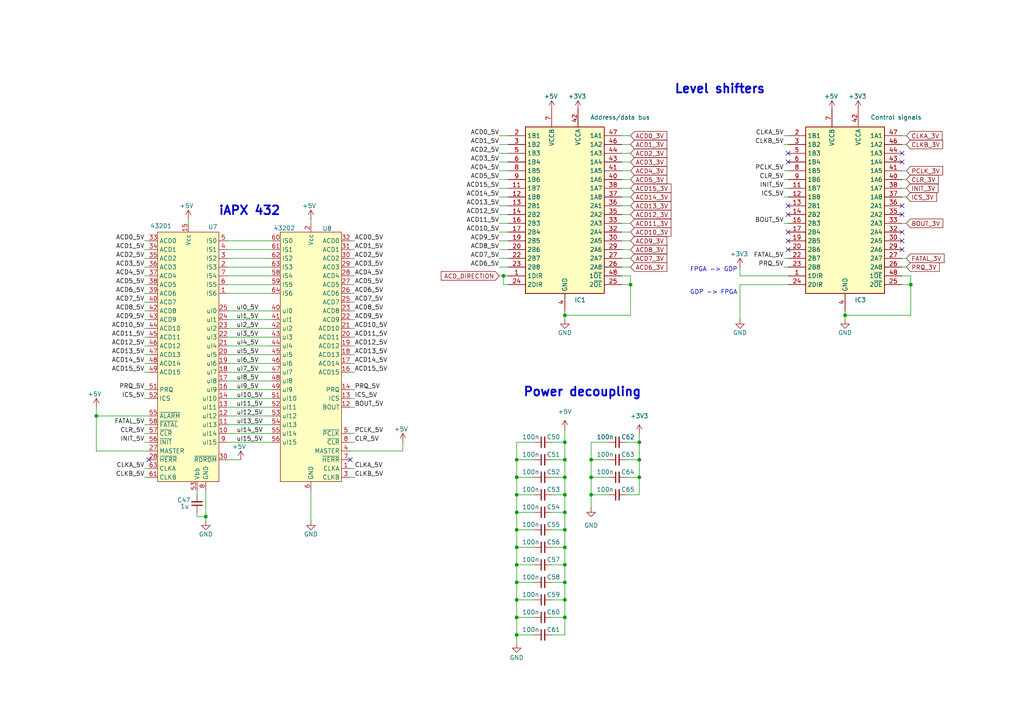
<source format=kicad_sch>
(kicad_sch (version 20250114) (generator "eeschema") (generator_version "9.0")
  (paper "A4")
  (lib_symbols
    (symbol "+5V_1" (power) (pin_numbers (hide yes)) (pin_names (offset 0) (hide yes))
      (property "Value" "+5V" (at 0 3.556 0))
      (symbol "+5V_1_0_1"
        (polyline (pts (xy -0.762 1.27) (xy 0 2.54)))
        (polyline (pts (xy 0 2.54) (xy 0.762 1.27)))
        (polyline (pts (xy 0 0) (xy 0 2.54)))
      )
      (symbol "+5V_1_1_1"
        (pin power_in line (at 0 0 90) (length 0) (name "~") (number "1"))
      )
    )
    (symbol "Device:C_Small" (pin_numbers (hide yes)) (pin_names (offset 0.254) (hide yes))
      (property "Reference" "C" (at 0.254 1.778 0))
      (property "Value" "C_Small" (at 0.254 -2.032 0))
      (symbol "C_Small_0_1"
        (polyline (pts (xy -1.524 0.508) (xy 1.524 0.508)) (stroke (width 0.3048)))
        (polyline (pts (xy -1.524 -0.508) (xy 1.524 -0.508)) (stroke (width 0.3302)))
      )
      (symbol "C_Small_1_1"
        (pin passive line (at 0 2.54 270) (length 2.032) (name "~") (number "1"))
        (pin passive line (at 0 -2.54 90) (length 2.032) (name "~") (number "2"))
      )
    )
    (symbol "GND_2" (power) (pin_numbers (hide yes)) (pin_names (offset 0) (hide yes))
      (property "Value" "GND" (at 0 -3.81 0))
      (symbol "GND_2_0_1"
        (polyline (pts (xy 0 0) (xy 0 -1.27) (xy 1.27 -1.27) (xy 0 -2.54) (xy -1.27 -1.27) (xy 0 -1.27)))
      )
      (symbol "GND_2_1_1"
        (pin power_in line (at 0 0 270) (length 0) (name "~") (number "1"))
      )
    )
    (symbol "power:+3V3" (power) (pin_numbers (hide yes)) (pin_names (offset 0) (hide yes))
      (property "Value" "+3V3" (at 0 3.556 0))
      (symbol "+3V3_0_1"
        (polyline (pts (xy -0.762 1.27) (xy 0 2.54)))
        (polyline (pts (xy 0 2.54) (xy 0.762 1.27)))
        (polyline (pts (xy 0 0) (xy 0 2.54)))
      )
      (symbol "+3V3_1_1"
        (pin power_in line (at 0 0 90) (length 0) (name "~") (number "1"))
      )
    )
    (symbol "symbols:74LVC16T245DGGRG4"
      (property "Reference" "IC1" (at 19.2883 -46.99 0))
      (property "Value" "Address/data bus" (at 23.876 5.969 0))
      (symbol "74LVC16T245DGGRG4_1_1"
        (rectangle (start 5.08 3.175) (end 27.94 -45.085) (stroke (width 0.254)) (fill (type background)))
        (pin passive line (at 0 0.635 0) (length 5.08) (name "1B1") (number "2"))
        (pin passive line (at 0 -1.905 0) (length 5.08) (name "1B2") (number "3"))
        (pin passive line (at 0 -4.445 0) (length 5.08) (name "1B3") (number "5"))
        (pin passive line (at 0 -6.985 0) (length 5.08) (name "1B4") (number "6"))
        (pin passive line (at 0 -9.525 0) (length 5.08) (name "1B5") (number "8"))
        (pin passive line (at 0 -12.065 0) (length 5.08) (name "1B6") (number "9"))
        (pin passive line (at 0 -14.605 0) (length 5.08) (name "1B7") (number "11"))
        (pin passive line (at 0 -17.145 0) (length 5.08) (name "1B8") (number "12"))
        (pin passive line (at 0 -19.685 0) (length 5.08) (name "2B1") (number "13"))
        (pin passive line (at 0 -22.225 0) (length 5.08) (name "2B2") (number "14"))
        (pin passive line (at 0 -24.765 0) (length 5.08) (name "2B3") (number "16"))
        (pin passive line (at 0 -27.305 0) (length 5.08) (name "2B4") (number "17"))
        (pin passive line (at 0 -29.845 0) (length 5.08) (name "2B5") (number "19"))
        (pin passive line (at 0 -32.385 0) (length 5.08) (name "2B6") (number "20"))
        (pin passive line (at 0 -34.925 0) (length 5.08) (name "2B7") (number "22"))
        (pin passive line (at 0 -37.465 0) (length 5.08) (name "2B8") (number "23"))
        (pin passive line (at 0 -40.005 0) (length 5.08) (name "1DIR") (number "1"))
        (pin passive line (at 0 -42.545 0) (length 5.08) (name "2DIR") (number "24"))
        (pin passive line (at 12.7 8.255 270) (length 5.08) (hide yes) (name "VCCB") (number "18"))
        (pin passive line (at 12.7 8.255 270) (length 5.08) (name "VCCB") (number "7"))
        (pin passive line (at 16.51 -50.165 90) (length 5.08) (hide yes) (name "GND") (number "10"))
        (pin passive line (at 16.51 -50.165 90) (length 5.08) (hide yes) (name "GND") (number "15"))
        (pin passive line (at 16.51 -50.165 90) (length 5.08) (hide yes) (name "GND") (number "21"))
        (pin passive line (at 16.51 -50.165 90) (length 5.08) (hide yes) (name "GND") (number "28"))
        (pin passive line (at 16.51 -50.165 90) (length 5.08) (hide yes) (name "GND") (number "34"))
        (pin passive line (at 16.51 -50.165 90) (length 5.08) (hide yes) (name "GND") (number "39"))
        (pin passive line (at 16.51 -50.165 90) (length 5.08) (name "GND") (number "4"))
        (pin passive line (at 16.51 -50.165 90) (length 5.08) (hide yes) (name "GND") (number "45"))
        (pin passive line (at 20.32 8.255 270) (length 5.08) (hide yes) (name "VCCA") (number "31"))
        (pin passive line (at 20.32 8.255 270) (length 5.08) (name "VCCA") (number "42"))
        (pin passive line (at 33.02 0.635 180) (length 5.08) (name "1A1") (number "47"))
        (pin passive line (at 33.02 -1.905 180) (length 5.08) (name "1A2") (number "46"))
        (pin passive line (at 33.02 -4.445 180) (length 5.08) (name "1A3") (number "44"))
        (pin passive line (at 33.02 -6.985 180) (length 5.08) (name "1A4") (number "43"))
        (pin passive line (at 33.02 -9.525 180) (length 5.08) (name "1A5") (number "41"))
        (pin passive line (at 33.02 -12.065 180) (length 5.08) (name "1A6") (number "40"))
        (pin passive line (at 33.02 -14.605 180) (length 5.08) (name "1A7") (number "38"))
        (pin passive line (at 33.02 -17.145 180) (length 5.08) (name "1A8") (number "37"))
        (pin passive line (at 33.02 -19.685 180) (length 5.08) (name "2A1") (number "36"))
        (pin passive line (at 33.02 -22.225 180) (length 5.08) (name "2A2") (number "35"))
        (pin passive line (at 33.02 -24.765 180) (length 5.08) (name "2A3") (number "33"))
        (pin passive line (at 33.02 -27.305 180) (length 5.08) (name "2A4") (number "32"))
        (pin passive line (at 33.02 -29.845 180) (length 5.08) (name "2A5") (number "30"))
        (pin passive line (at 33.02 -32.385 180) (length 5.08) (name "2A6") (number "29"))
        (pin passive line (at 33.02 -34.925 180) (length 5.08) (name "2A7") (number "27"))
        (pin passive line (at 33.02 -37.465 180) (length 5.08) (name "2A8") (number "26"))
        (pin passive line (at 33.02 -40.005 180) (length 5.08) (name "1~{OE}") (number "48"))
        (pin passive line (at 33.02 -42.545 180) (length 5.08) (name "2~{OE}") (number "25"))
      )
    )
    (symbol "symbols:iAPX_43201"
      (property "Reference" "U" (at -8.89 19.685 0))
      (symbol "iAPX_43201_1_1"
        (rectangle (start -9.525 17.78) (end 8.255 -54.61) (fill (type color) (color 255 255 194 1)))
        (pin bidirectional line (at -12.065 15.24 0) (length 2.54) (name "ACD0") (number "33"))
        (pin bidirectional line (at -12.065 12.7 0) (length 2.54) (name "ACD1") (number "34"))
        (pin bidirectional line (at -12.065 10.16 0) (length 2.54) (name "ACD2") (number "35"))
        (pin bidirectional line (at -12.065 7.62 0) (length 2.54) (name "ACD3") (number "36"))
        (pin bidirectional line (at -12.065 5.08 0) (length 2.54) (name "ACD4") (number "37"))
        (pin bidirectional line (at -12.065 2.54 0) (length 2.54) (name "ACD5") (number "38"))
        (pin bidirectional line (at -12.065 0 0) (length 2.54) (name "ACD6") (number "39"))
        (pin bidirectional line (at -12.065 -2.54 0) (length 2.54) (name "ACD7") (number "40"))
        (pin bidirectional line (at -12.065 -5.08 0) (length 2.54) (name "ACD8") (number "42"))
        (pin bidirectional line (at -12.065 -7.62 0) (length 2.54) (name "ACD9") (number "43"))
        (pin bidirectional line (at -12.065 -10.16 0) (length 2.54) (name "ACD10") (number "44"))
        (pin bidirectional line (at -12.065 -12.7 0) (length 2.54) (name "ACD11") (number "45"))
        (pin bidirectional line (at -12.065 -15.24 0) (length 2.54) (name "ACD12") (number "46"))
        (pin bidirectional line (at -12.065 -17.78 0) (length 2.54) (name "ACD13") (number "47"))
        (pin bidirectional line (at -12.065 -20.32 0) (length 2.54) (name "ACD14") (number "48"))
        (pin bidirectional line (at -12.065 -22.86 0) (length 2.54) (name "ACD15") (number "49"))
        (pin input line (at -12.065 -27.94 0) (length 2.54) (name "PRQ") (number "51"))
        (pin input line (at -12.065 -30.48 0) (length 2.54) (name "ICS") (number "52"))
        (pin input line (at -12.065 -35.56 0) (length 2.54) (name "~{ALARM}") (number "55"))
        (pin output line (at -12.065 -38.1 0) (length 2.54) (name "~{FATAL}") (number "58"))
        (pin input line (at -12.065 -40.64 0) (length 2.54) (name "~{CLR}") (number "57"))
        (pin input line (at -12.065 -43.18 0) (length 2.54) (name "~{INIT}") (number "56"))
        (pin input line (at -12.065 -45.72 0) (length 2.54) (name "MASTER") (number "27"))
        (pin output line (at -12.065 -48.26 0) (length 2.54) (name "~{HERR}") (number "28"))
        (pin input line (at -12.065 -50.8 0) (length 2.54) (name "CLKA") (number "63"))
        (pin input line (at -12.065 -53.34 0) (length 2.54) (name "CLKB") (number "61"))
        (pin input line (at -0.635 20.32 270) (length 2.54) (name "Vcc") (number "15"))
        (pin input line (at -0.635 20.32 270) (length 2.54) (hide yes) (name "Vcc") (number "32"))
        (pin input line (at -0.635 20.32 270) (length 2.54) (hide yes) (name "Vcc") (number "50"))
        (pin input line (at -0.635 20.32 270) (length 2.54) (hide yes) (name "Vcc") (number "62"))
        (pin input line (at 1.905 -57.15 90) (length 2.54) (name "Vbb") (number "53"))
        (pin input line (at 4.445 -57.15 90) (length 2.54) (hide yes) (name "GND") (number "26"))
        (pin input line (at 4.445 -57.15 90) (length 2.54) (hide yes) (name "GND") (number "41"))
        (pin input line (at 4.445 -57.15 90) (length 2.54) (hide yes) (name "GND") (number "60"))
        (pin input line (at 4.445 -57.15 90) (length 2.54) (hide yes) (name "GND") (number "64"))
        (pin input line (at 4.445 -57.15 90) (length 2.54) (name "GND") (number "8"))
        (pin input line (at 10.795 15.24 180) (length 2.54) (name "IS0") (number "5"))
        (pin input line (at 10.795 12.7 180) (length 2.54) (name "IS1") (number "4"))
        (pin input line (at 10.795 10.16 180) (length 2.54) (name "IS2") (number "3"))
        (pin input line (at 10.795 7.62 180) (length 2.54) (name "IS3") (number "2"))
        (pin input line (at 10.795 5.08 180) (length 2.54) (name "IS4") (number "7"))
        (pin input line (at 10.795 2.54 180) (length 2.54) (name "IS5") (number "6"))
        (pin input line (at 10.795 0 180) (length 2.54) (name "IS6") (number "1"))
        (pin output line (at 10.795 -5.08 180) (length 2.54) (name "uI0") (number "25"))
        (pin output line (at 10.795 -7.62 180) (length 2.54) (name "uI1") (number "24"))
        (pin output line (at 10.795 -10.16 180) (length 2.54) (name "uI2") (number "23"))
        (pin output line (at 10.795 -12.7 180) (length 2.54) (name "uI3") (number "22"))
        (pin output line (at 10.795 -15.24 180) (length 2.54) (name "uI4") (number "21"))
        (pin output line (at 10.795 -17.78 180) (length 2.54) (name "uI5") (number "20"))
        (pin output line (at 10.795 -20.32 180) (length 2.54) (name "uI6") (number "19"))
        (pin output line (at 10.795 -22.86 180) (length 2.54) (name "uI7") (number "18"))
        (pin output line (at 10.795 -25.4 180) (length 2.54) (name "uI8") (number "17"))
        (pin output line (at 10.795 -27.94 180) (length 2.54) (name "uI9") (number "16"))
        (pin output line (at 10.795 -30.48 180) (length 2.54) (name "uI10") (number "14"))
        (pin output line (at 10.795 -33.02 180) (length 2.54) (name "uI11") (number "13"))
        (pin output line (at 10.795 -35.56 180) (length 2.54) (name "uI12") (number "12"))
        (pin output line (at 10.795 -38.1 180) (length 2.54) (name "uI13") (number "11"))
        (pin output line (at 10.795 -40.64 180) (length 2.54) (name "uI14") (number "10"))
        (pin output line (at 10.795 -43.18 180) (length 2.54) (name "uI15") (number "9"))
        (pin input line (at 10.795 -48.26 180) (length 2.54) (name "~{RDROM}") (number "30"))
      )
    )
    (symbol "symbols:iAPX_43202"
      (property "Reference" "U" (at -7.62 15.24 0))
      (symbol "iAPX_43202_1_1"
        (rectangle (start -8.89 13.97) (end 8.89 -58.42) (fill (type color) (color 255 255 194 1)))
        (pin bidirectional line (at -11.43 11.43 0) (length 2.54) (name "ACD0") (number "32"))
        (pin bidirectional line (at -11.43 8.89 0) (length 2.54) (name "ACD1") (number "31"))
        (pin bidirectional line (at -11.43 6.35 0) (length 2.54) (name "ACD2") (number "30"))
        (pin bidirectional line (at -11.43 3.81 0) (length 2.54) (name "ACD3") (number "29"))
        (pin bidirectional line (at -11.43 1.27 0) (length 2.54) (name "ACD4") (number "28"))
        (pin bidirectional line (at -11.43 -1.27 0) (length 2.54) (name "ACD5") (number "27"))
        (pin bidirectional line (at -11.43 -3.81 0) (length 2.54) (name "ACD6") (number "26"))
        (pin bidirectional line (at -11.43 -6.35 0) (length 2.54) (name "ACD7") (number "25"))
        (pin bidirectional line (at -11.43 -8.89 0) (length 2.54) (name "ACD8") (number "23"))
        (pin bidirectional line (at -11.43 -11.43 0) (length 2.54) (name "ACD9") (number "22"))
        (pin bidirectional line (at -11.43 -13.97 0) (length 2.54) (name "ACD10") (number "21"))
        (pin bidirectional line (at -11.43 -16.51 0) (length 2.54) (name "ACD11") (number "20"))
        (pin bidirectional line (at -11.43 -19.05 0) (length 2.54) (name "ACD12") (number "19"))
        (pin bidirectional line (at -11.43 -21.59 0) (length 2.54) (name "ACD13") (number "18"))
        (pin bidirectional line (at -11.43 -24.13 0) (length 2.54) (name "ACD14") (number "17"))
        (pin bidirectional line (at -11.43 -26.67 0) (length 2.54) (name "ACD15") (number "16"))
        (pin output line (at -11.43 -31.75 0) (length 2.54) (name "PRQ") (number "14"))
        (pin input line (at -11.43 -34.29 0) (length 2.54) (name "ICS") (number "13"))
        (pin output line (at -11.43 -36.83 0) (length 2.54) (name "BOUT") (number "12"))
        (pin output line (at -11.43 -44.45 0) (length 2.54) (name "~{PCLK}") (number "5"))
        (pin input line (at -11.43 -46.99 0) (length 2.54) (name "~{CLR}") (number "8"))
        (pin input line (at -11.43 -49.53 0) (length 2.54) (name "MASTER") (number "4"))
        (pin output line (at -11.43 -52.07 0) (length 2.54) (name "~{HERR}") (number "7"))
        (pin input line (at -11.43 -54.61 0) (length 2.54) (name "CLKA") (number "1"))
        (pin input line (at -11.43 -57.15 0) (length 2.54) (name "CLKB") (number "3"))
        (pin input line (at 0 16.51 270) (length 2.54) (hide yes) (name "Vcc") (number "15"))
        (pin input line (at 0 16.51 270) (length 2.54) (name "Vcc") (number "2"))
        (pin input line (at 0 16.51 270) (length 2.54) (hide yes) (name "Vcc") (number "38"))
        (pin input line (at 0 16.51 270) (length 2.54) (hide yes) (name "Vcc") (number "50"))
        (pin input line (at 0 -60.96 90) (length 2.54) (hide yes) (name "GND") (number "24"))
        (pin input line (at 0 -60.96 90) (length 2.54) (hide yes) (name "GND") (number "35"))
        (pin input line (at 0 -60.96 90) (length 2.54) (hide yes) (name "GND") (number "39"))
        (pin input line (at 0 -60.96 90) (length 2.54) (hide yes) (name "GND") (number "57"))
        (pin input line (at 0 -60.96 90) (length 2.54) (name "GND") (number "6"))
        (pin output line (at 11.43 11.43 180) (length 2.54) (name "IS0") (number "60"))
        (pin output line (at 11.43 8.89 180) (length 2.54) (name "IS1") (number "61"))
        (pin output line (at 11.43 6.35 180) (length 2.54) (name "IS2") (number "62"))
        (pin output line (at 11.43 3.81 180) (length 2.54) (name "IS3") (number "63"))
        (pin output line (at 11.43 1.27 180) (length 2.54) (name "IS4") (number "58"))
        (pin output line (at 11.43 -1.27 180) (length 2.54) (name "IS5") (number "59"))
        (pin output line (at 11.43 -3.81 180) (length 2.54) (name "IS6") (number "64"))
        (pin input line (at 11.43 -8.89 180) (length 2.54) (name "uI0") (number "40"))
        (pin input line (at 11.43 -11.43 180) (length 2.54) (name "uI1") (number "41"))
        (pin input line (at 11.43 -13.97 180) (length 2.54) (name "uI2") (number "42"))
        (pin input line (at 11.43 -16.51 180) (length 2.54) (name "uI3") (number "43"))
        (pin input line (at 11.43 -19.05 180) (length 2.54) (name "uI4") (number "44"))
        (pin input line (at 11.43 -21.59 180) (length 2.54) (name "uI5") (number "45"))
        (pin input line (at 11.43 -24.13 180) (length 2.54) (name "uI6") (number "46"))
        (pin input line (at 11.43 -26.67 180) (length 2.54) (name "uI7") (number "47"))
        (pin input line (at 11.43 -29.21 180) (length 2.54) (name "uI8") (number "48"))
        (pin input line (at 11.43 -31.75 180) (length 2.54) (name "uI9") (number "49"))
        (pin input line (at 11.43 -34.29 180) (length 2.54) (name "uI10") (number "51"))
        (pin input line (at 11.43 -36.83 180) (length 2.54) (name "uI11") (number "52"))
        (pin input line (at 11.43 -39.37 180) (length 2.54) (name "uI12") (number "53"))
        (pin input line (at 11.43 -41.91 180) (length 2.54) (name "uI13") (number "54"))
        (pin input line (at 11.43 -44.45 180) (length 2.54) (name "uI14") (number "55"))
        (pin input line (at 11.43 -46.99 180) (length 2.54) (name "uI15") (number "56"))
      )
    )
  )
  (text "iAPX 432" (at 72.39 61.214 0) (effects (font (size 2.54 2.54) (thickness 0.508) (bold yes))))
  (text "Level shifters" (at 208.788 25.908 0) (effects (font (size 2.54 2.54) (thickness 0.508) (bold yes))))
  (text "FPGA -> GDP" (at 207.01 78.232 0) (effects (font (size 1.27 1.27))))
  (text "GDP -> FPGA" (at 207.01 84.836 0) (effects (font (size 1.27 1.27))))
  (text "Power decoupling" (at 168.91 113.792 0) (effects (font (size 2.54 2.54) (thickness 0.508) (bold yes))))
  (junction (at 149.86 173.99))
  (junction (at 163.83 143.51))
  (junction (at 149.86 133.35))
  (junction (at 149.86 179.07))
  (junction (at 163.83 91.44))
  (junction (at 182.88 82.55))
  (junction (at 163.83 153.67))
  (junction (at 185.42 128.27))
  (junction (at 163.83 128.27))
  (junction (at 185.42 133.35))
  (junction (at 163.83 179.07))
  (junction (at 185.42 138.43))
  (junction (at 163.83 173.99))
  (junction (at 264.16 82.55))
  (junction (at 149.86 138.43))
  (junction (at 163.83 148.59))
  (junction (at 163.83 133.35))
  (junction (at 149.86 158.75))
  (junction (at 146.05 80.01))
  (junction (at 27.94 120.65))
  (junction (at 171.45 143.51))
  (junction (at 163.83 138.43))
  (junction (at 171.45 138.43))
  (junction (at 149.86 153.67))
  (junction (at 163.83 168.91))
  (junction (at 163.83 163.83))
  (junction (at 149.86 184.15))
  (junction (at 149.86 168.91))
  (junction (at 149.86 143.51))
  (junction (at 59.69 149.86))
  (junction (at 171.45 133.35))
  (junction (at 149.86 148.59))
  (junction (at 149.86 163.83))
  (junction (at 163.83 158.75))
  (junction (at 245.11 91.44))
  (no_connect (at 101.6 133.35))
  (no_connect (at 261.62 59.69))
  (no_connect (at 228.6 46.99))
  (no_connect (at 261.62 72.39))
  (no_connect (at 261.62 44.45))
  (no_connect (at 228.6 62.23))
  (no_connect (at 43.18 133.35))
  (no_connect (at 261.62 69.85))
  (no_connect (at 228.6 72.39))
  (no_connect (at 228.6 69.85))
  (no_connect (at 228.6 44.45))
  (no_connect (at 261.62 46.99))
  (no_connect (at 228.6 67.31))
  (no_connect (at 228.6 59.69))
  (no_connect (at 261.62 67.31))
  (no_connect (at 261.62 62.23))
  (wire (pts (xy 149.86 143.51) (xy 154.94 143.51)))
  (wire (pts (xy 144.78 46.99) (xy 147.32 46.99)))
  (wire (pts (xy 149.86 168.91) (xy 149.86 173.99)))
  (wire (pts (xy 144.78 64.77) (xy 147.32 64.77)))
  (wire (pts (xy 144.78 74.93) (xy 147.32 74.93)))
  (wire (pts (xy 262.89 77.47) (xy 261.62 77.47)))
  (wire (pts (xy 149.86 179.07) (xy 149.86 184.15)))
  (wire (pts (xy 41.91 123.19) (xy 43.18 123.19)))
  (wire (pts (xy 57.15 148.59) (xy 57.15 149.86)))
  (wire (pts (xy 264.16 91.44) (xy 245.11 91.44)))
  (wire (pts (xy 149.86 163.83) (xy 149.86 168.91)))
  (wire (pts (xy 41.91 74.93) (xy 43.18 74.93)))
  (wire (pts (xy 102.87 82.55) (xy 101.6 82.55)))
  (wire (pts (xy 57.15 142.24) (xy 57.15 143.51)))
  (wire (pts (xy 41.91 69.85) (xy 43.18 69.85)))
  (wire (pts (xy 182.88 80.01) (xy 182.88 82.55)))
  (wire (pts (xy 144.78 41.91) (xy 147.32 41.91)))
  (wire (pts (xy 66.04 100.33) (xy 78.74 100.33)))
  (wire (pts (xy 160.02 148.59) (xy 163.83 148.59)))
  (wire (pts (xy 41.91 135.89) (xy 43.18 135.89)))
  (wire (pts (xy 66.04 120.65) (xy 78.74 120.65)))
  (wire (pts (xy 59.69 151.13) (xy 59.69 149.86)))
  (wire (pts (xy 66.04 102.87) (xy 78.74 102.87)))
  (wire (pts (xy 227.33 41.91) (xy 228.6 41.91)))
  (wire (pts (xy 181.61 133.35) (xy 185.42 133.35)))
  (wire (pts (xy 180.34 62.23) (xy 182.88 62.23)))
  (wire (pts (xy 144.78 80.01) (xy 146.05 80.01)))
  (wire (pts (xy 102.87 128.27) (xy 101.6 128.27)))
  (wire (pts (xy 66.04 72.39) (xy 78.74 72.39)))
  (wire (pts (xy 66.04 92.71) (xy 78.74 92.71)))
  (wire (pts (xy 182.88 72.39) (xy 180.34 72.39)))
  (wire (pts (xy 144.78 49.53) (xy 147.32 49.53)))
  (wire (pts (xy 102.87 95.25) (xy 101.6 95.25)))
  (wire (pts (xy 57.15 149.86) (xy 59.69 149.86)))
  (wire (pts (xy 149.86 163.83) (xy 154.94 163.83)))
  (wire (pts (xy 163.83 128.27) (xy 163.83 133.35)))
  (wire (pts (xy 182.88 46.99) (xy 180.34 46.99)))
  (wire (pts (xy 66.04 123.19) (xy 78.74 123.19)))
  (wire (pts (xy 182.88 49.53) (xy 180.34 49.53)))
  (wire (pts (xy 214.63 80.01) (xy 228.6 80.01)))
  (wire (pts (xy 180.34 80.01) (xy 182.88 80.01)))
  (wire (pts (xy 149.86 128.27) (xy 149.86 133.35)))
  (wire (pts (xy 102.87 72.39) (xy 101.6 72.39)))
  (wire (pts (xy 102.87 118.11) (xy 101.6 118.11)))
  (wire (pts (xy 102.87 92.71) (xy 101.6 92.71)))
  (wire (pts (xy 149.86 184.15) (xy 149.86 186.69)))
  (wire (pts (xy 41.91 85.09) (xy 43.18 85.09)))
  (wire (pts (xy 149.86 173.99) (xy 154.94 173.99)))
  (wire (pts (xy 149.86 133.35) (xy 154.94 133.35)))
  (wire (pts (xy 181.61 143.51) (xy 185.42 143.51)))
  (wire (pts (xy 154.94 168.91) (xy 149.86 168.91)))
  (wire (pts (xy 261.62 80.01) (xy 264.16 80.01)))
  (wire (pts (xy 214.63 77.47) (xy 214.63 80.01)))
  (wire (pts (xy 144.78 39.37) (xy 147.32 39.37)))
  (wire (pts (xy 262.89 74.93) (xy 261.62 74.93)))
  (wire (pts (xy 144.78 57.15) (xy 147.32 57.15)))
  (wire (pts (xy 41.91 90.17) (xy 43.18 90.17)))
  (wire (pts (xy 214.63 82.55) (xy 214.63 92.71)))
  (wire (pts (xy 66.04 77.47) (xy 78.74 77.47)))
  (wire (pts (xy 102.87 113.03) (xy 101.6 113.03)))
  (wire (pts (xy 102.87 107.95) (xy 101.6 107.95)))
  (wire (pts (xy 102.87 85.09) (xy 101.6 85.09)))
  (wire (pts (xy 41.91 113.03) (xy 43.18 113.03)))
  (wire (pts (xy 171.45 138.43) (xy 171.45 143.51)))
  (wire (pts (xy 262.89 57.15) (xy 261.62 57.15)))
  (wire (pts (xy 182.88 69.85) (xy 180.34 69.85)))
  (wire (pts (xy 102.87 105.41) (xy 101.6 105.41)))
  (wire (pts (xy 102.87 80.01) (xy 101.6 80.01)))
  (wire (pts (xy 149.86 133.35) (xy 149.86 138.43)))
  (wire (pts (xy 66.04 118.11) (xy 78.74 118.11)))
  (wire (pts (xy 160.02 133.35) (xy 163.83 133.35)))
  (wire (pts (xy 59.69 149.86) (xy 59.69 142.24)))
  (wire (pts (xy 182.88 77.47) (xy 180.34 77.47)))
  (wire (pts (xy 90.17 63.5) (xy 90.17 64.77)))
  (wire (pts (xy 66.04 69.85) (xy 78.74 69.85)))
  (wire (pts (xy 163.83 91.44) (xy 163.83 90.17)))
  (wire (pts (xy 27.94 118.11) (xy 27.94 120.65)))
  (wire (pts (xy 160.02 179.07) (xy 163.83 179.07)))
  (wire (pts (xy 182.88 39.37) (xy 180.34 39.37)))
  (wire (pts (xy 41.91 72.39) (xy 43.18 72.39)))
  (wire (pts (xy 144.78 67.31) (xy 147.32 67.31)))
  (wire (pts (xy 227.33 52.07) (xy 228.6 52.07)))
  (wire (pts (xy 163.83 173.99) (xy 163.83 179.07)))
  (wire (pts (xy 66.04 105.41) (xy 78.74 105.41)))
  (wire (pts (xy 171.45 128.27) (xy 171.45 133.35)))
  (wire (pts (xy 160.02 184.15) (xy 163.83 184.15)))
  (wire (pts (xy 160.02 168.91) (xy 163.83 168.91)))
  (wire (pts (xy 102.87 77.47) (xy 101.6 77.47)))
  (wire (pts (xy 90.17 151.13) (xy 90.17 142.24)))
  (wire (pts (xy 146.05 80.01) (xy 147.32 80.01)))
  (wire (pts (xy 66.04 95.25) (xy 78.74 95.25)))
  (wire (pts (xy 182.88 54.61) (xy 180.34 54.61)))
  (wire (pts (xy 66.04 133.35) (xy 69.85 133.35)))
  (wire (pts (xy 102.87 135.89) (xy 101.6 135.89)))
  (wire (pts (xy 262.89 49.53) (xy 261.62 49.53)))
  (wire (pts (xy 102.87 69.85) (xy 101.6 69.85)))
  (wire (pts (xy 245.11 92.71) (xy 245.11 91.44)))
  (wire (pts (xy 149.86 148.59) (xy 154.94 148.59)))
  (wire (pts (xy 66.04 90.17) (xy 78.74 90.17)))
  (wire (pts (xy 102.87 90.17) (xy 101.6 90.17)))
  (wire (pts (xy 171.45 143.51) (xy 176.53 143.51)))
  (wire (pts (xy 262.89 39.37) (xy 261.62 39.37)))
  (wire (pts (xy 185.42 133.35) (xy 185.42 138.43)))
  (wire (pts (xy 144.78 69.85) (xy 147.32 69.85)))
  (wire (pts (xy 180.34 64.77) (xy 182.88 64.77)))
  (wire (pts (xy 144.78 54.61) (xy 147.32 54.61)))
  (wire (pts (xy 182.88 41.91) (xy 180.34 41.91)))
  (wire (pts (xy 160.02 153.67) (xy 163.83 153.67)))
  (wire (pts (xy 154.94 158.75) (xy 149.86 158.75)))
  (wire (pts (xy 41.91 77.47) (xy 43.18 77.47)))
  (wire (pts (xy 102.87 100.33) (xy 101.6 100.33)))
  (wire (pts (xy 182.88 74.93) (xy 180.34 74.93)))
  (wire (pts (xy 27.94 130.81) (xy 43.18 130.81)))
  (wire (pts (xy 176.53 128.27) (xy 171.45 128.27)))
  (wire (pts (xy 181.61 128.27) (xy 185.42 128.27)))
  (wire (pts (xy 41.91 105.41) (xy 43.18 105.41)))
  (wire (pts (xy 228.6 82.55) (xy 214.63 82.55)))
  (wire (pts (xy 185.42 128.27) (xy 185.42 133.35)))
  (wire (pts (xy 227.33 49.53) (xy 228.6 49.53)))
  (wire (pts (xy 66.04 74.93) (xy 78.74 74.93)))
  (wire (pts (xy 182.88 57.15) (xy 180.34 57.15)))
  (wire (pts (xy 102.87 102.87) (xy 101.6 102.87)))
  (wire (pts (xy 66.04 115.57) (xy 78.74 115.57)))
  (wire (pts (xy 163.83 138.43) (xy 163.83 143.51)))
  (wire (pts (xy 144.78 77.47) (xy 147.32 77.47)))
  (wire (pts (xy 163.83 143.51) (xy 163.83 148.59)))
  (wire (pts (xy 171.45 133.35) (xy 176.53 133.35)))
  (wire (pts (xy 264.16 82.55) (xy 264.16 91.44)))
  (wire (pts (xy 66.04 82.55) (xy 78.74 82.55)))
  (wire (pts (xy 102.87 87.63) (xy 101.6 87.63)))
  (wire (pts (xy 185.42 125.73) (xy 185.42 128.27)))
  (wire (pts (xy 144.78 44.45) (xy 147.32 44.45)))
  (wire (pts (xy 149.86 128.27) (xy 154.94 128.27)))
  (wire (pts (xy 181.61 138.43) (xy 185.42 138.43)))
  (wire (pts (xy 149.86 148.59) (xy 149.86 153.67)))
  (wire (pts (xy 180.34 67.31) (xy 182.88 67.31)))
  (wire (pts (xy 102.87 74.93) (xy 101.6 74.93)))
  (wire (pts (xy 262.89 41.91) (xy 261.62 41.91)))
  (wire (pts (xy 147.32 82.55) (xy 146.05 82.55)))
  (wire (pts (xy 66.04 97.79) (xy 78.74 97.79)))
  (wire (pts (xy 227.33 74.93) (xy 228.6 74.93)))
  (wire (pts (xy 182.88 52.07) (xy 180.34 52.07)))
  (wire (pts (xy 227.33 77.47) (xy 228.6 77.47)))
  (wire (pts (xy 227.33 64.77) (xy 228.6 64.77)))
  (wire (pts (xy 160.02 128.27) (xy 163.83 128.27)))
  (wire (pts (xy 66.04 80.01) (xy 78.74 80.01)))
  (wire (pts (xy 41.91 115.57) (xy 43.18 115.57)))
  (wire (pts (xy 245.11 91.44) (xy 245.11 90.17)))
  (wire (pts (xy 163.83 133.35) (xy 163.83 138.43)))
  (wire (pts (xy 227.33 39.37) (xy 228.6 39.37)))
  (wire (pts (xy 116.84 130.81) (xy 101.6 130.81)))
  (wire (pts (xy 163.83 124.46) (xy 163.83 128.27)))
  (wire (pts (xy 102.87 115.57) (xy 101.6 115.57)))
  (wire (pts (xy 41.91 97.79) (xy 43.18 97.79)))
  (wire (pts (xy 102.87 125.73) (xy 101.6 125.73)))
  (wire (pts (xy 41.91 80.01) (xy 43.18 80.01)))
  (wire (pts (xy 163.83 92.71) (xy 163.83 91.44)))
  (wire (pts (xy 149.86 138.43) (xy 149.86 143.51)))
  (wire (pts (xy 41.91 87.63) (xy 43.18 87.63)))
  (wire (pts (xy 182.88 44.45) (xy 180.34 44.45)))
  (wire (pts (xy 54.61 63.5) (xy 54.61 64.77)))
  (wire (pts (xy 144.78 62.23) (xy 147.32 62.23)))
  (wire (pts (xy 163.83 148.59) (xy 163.83 153.67)))
  (wire (pts (xy 41.91 95.25) (xy 43.18 95.25)))
  (wire (pts (xy 185.42 138.43) (xy 185.42 143.51)))
  (wire (pts (xy 149.86 153.67) (xy 149.86 158.75)))
  (wire (pts (xy 41.91 102.87) (xy 43.18 102.87)))
  (wire (pts (xy 149.86 173.99) (xy 149.86 179.07)))
  (wire (pts (xy 102.87 138.43) (xy 101.6 138.43)))
  (wire (pts (xy 160.02 143.51) (xy 163.83 143.51)))
  (wire (pts (xy 41.91 92.71) (xy 43.18 92.71)))
  (wire (pts (xy 180.34 59.69) (xy 182.88 59.69)))
  (wire (pts (xy 227.33 57.15) (xy 228.6 57.15)))
  (wire (pts (xy 66.04 107.95) (xy 78.74 107.95)))
  (wire (pts (xy 160.02 173.99) (xy 163.83 173.99)))
  (wire (pts (xy 66.04 85.09) (xy 78.74 85.09)))
  (wire (pts (xy 163.83 168.91) (xy 163.83 173.99)))
  (wire (pts (xy 27.94 120.65) (xy 27.94 130.81)))
  (wire (pts (xy 163.83 179.07) (xy 163.83 184.15)))
  (wire (pts (xy 144.78 59.69) (xy 147.32 59.69)))
  (wire (pts (xy 163.83 153.67) (xy 163.83 158.75)))
  (wire (pts (xy 149.86 143.51) (xy 149.86 148.59)))
  (wire (pts (xy 149.86 158.75) (xy 149.86 163.83)))
  (wire (pts (xy 262.89 54.61) (xy 261.62 54.61)))
  (wire (pts (xy 160.02 138.43) (xy 163.83 138.43)))
  (wire (pts (xy 41.91 128.27) (xy 43.18 128.27)))
  (wire (pts (xy 66.04 113.03) (xy 78.74 113.03)))
  (wire (pts (xy 41.91 107.95) (xy 43.18 107.95)))
  (wire (pts (xy 171.45 133.35) (xy 171.45 138.43)))
  (wire (pts (xy 144.78 52.07) (xy 147.32 52.07)))
  (wire (pts (xy 66.04 125.73) (xy 78.74 125.73)))
  (wire (pts (xy 171.45 143.51) (xy 171.45 147.32)))
  (wire (pts (xy 160.02 158.75) (xy 163.83 158.75)))
  (wire (pts (xy 262.89 64.77) (xy 261.62 64.77)))
  (wire (pts (xy 227.33 54.61) (xy 228.6 54.61)))
  (wire (pts (xy 180.34 82.55) (xy 182.88 82.55)))
  (wire (pts (xy 116.84 128.27) (xy 116.84 130.81)))
  (wire (pts (xy 146.05 82.55) (xy 146.05 80.01)))
  (wire (pts (xy 149.86 184.15) (xy 154.94 184.15)))
  (wire (pts (xy 182.88 82.55) (xy 182.88 91.44)))
  (wire (pts (xy 163.83 163.83) (xy 163.83 158.75)))
  (wire (pts (xy 144.78 72.39) (xy 147.32 72.39)))
  (wire (pts (xy 66.04 128.27) (xy 78.74 128.27)))
  (wire (pts (xy 262.89 52.07) (xy 261.62 52.07)))
  (wire (pts (xy 102.87 97.79) (xy 101.6 97.79)))
  (wire (pts (xy 41.91 82.55) (xy 43.18 82.55)))
  (wire (pts (xy 171.45 138.43) (xy 176.53 138.43)))
  (wire (pts (xy 182.88 91.44) (xy 163.83 91.44)))
  (wire (pts (xy 264.16 80.01) (xy 264.16 82.55)))
  (wire (pts (xy 149.86 153.67) (xy 154.94 153.67)))
  (wire (pts (xy 41.91 125.73) (xy 43.18 125.73)))
  (wire (pts (xy 27.94 120.65) (xy 43.18 120.65)))
  (wire (pts (xy 66.04 110.49) (xy 78.74 110.49)))
  (wire (pts (xy 41.91 100.33) (xy 43.18 100.33)))
  (wire (pts (xy 163.83 163.83) (xy 163.83 168.91)))
  (wire (pts (xy 160.02 163.83) (xy 163.83 163.83)))
  (wire (pts (xy 41.91 138.43) (xy 43.18 138.43)))
  (wire (pts (xy 154.94 179.07) (xy 149.86 179.07)))
  (wire (pts (xy 149.86 138.43) (xy 154.94 138.43)))
  (wire (pts (xy 261.62 82.55) (xy 264.16 82.55)))
  (label "CLKA_5V" (at 227.33 39.37 180))
  (label "uI6_5V" (at 68.6132 105.41 0))
  (label "FATAL_5V" (at 41.91 123.19 180))
  (label "CLR_5V" (at 41.91 125.73 180))
  (label "ACD10_5V" (at 144.78 67.31 180))
  (label "PCLK_5V" (at 102.87 125.73 0))
  (label "ACD9_5V" (at 144.78 69.85 180))
  (label "uI12_5V" (at 68.6132 120.65 0))
  (label "uI13_5V" (at 68.6132 123.19 0))
  (label "ACD1_5V" (at 102.87 72.39 0))
  (label "uI5_5V" (at 68.6132 102.87 0))
  (label "ACD2_5V" (at 41.91 74.93 180))
  (label "ACD10_5V" (at 41.91 95.25 180))
  (label "CLKA_5V" (at 102.87 135.89 0))
  (label "ACD2_5V" (at 144.78 44.45 180))
  (label "ICS_5V" (at 227.33 57.15 180))
  (label "ACD11_5V" (at 144.78 64.77 180))
  (label "ACD0_5V" (at 41.91 69.85 180))
  (label "ACD13_5V" (at 102.87 102.87 0))
  (label "uI11_5V" (at 68.58 118.11 0))
  (label "ACD6_5V" (at 102.87 85.09 0))
  (label "uI10_5V" (at 68.6132 115.57 0))
  (label "PRQ_5V" (at 227.33 77.47 180))
  (label "ACD15_5V" (at 144.78 54.61 180))
  (label "uI15_5V" (at 68.58 128.27 0))
  (label "ACD13_5V" (at 144.78 59.69 180))
  (label "ACD1_5V" (at 144.78 41.91 180))
  (label "uI2_5V" (at 68.58 95.25 0))
  (label "ACD10_5V" (at 102.87 95.25 0))
  (label "ACD11_5V" (at 41.91 97.79 180))
  (label "ACD9_5V" (at 102.87 92.71 0))
  (label "ACD3_5V" (at 102.87 77.47 0))
  (label "ACD3_5V" (at 144.78 46.99 180))
  (label "ACD9_5V" (at 41.91 92.71 180))
  (label "ACD15_5V" (at 102.87 107.95 0))
  (label "ACD4_5V" (at 41.91 80.01 180))
  (label "ACD3_5V" (at 41.91 77.47 180))
  (label "ACD11_5V" (at 102.87 97.79 0))
  (label "ACD8_5V" (at 144.78 72.39 180))
  (label "ACD6_5V" (at 144.78 77.47 180))
  (label "ICS_5V" (at 41.91 115.57 180))
  (label "INIT_5V" (at 227.33 54.61 180))
  (label "CLR_5V" (at 227.33 52.07 180))
  (label "ACD1_5V" (at 41.91 72.39 180))
  (label "uI7_5V" (at 68.58 107.95 0))
  (label "ACD2_5V" (at 102.87 74.93 0))
  (label "CLKB_5V" (at 227.33 41.91 180))
  (label "PRQ_5V" (at 41.91 113.03 180))
  (label "ACD8_5V" (at 41.91 90.17 180))
  (label "CLKB_5V" (at 41.91 138.43 180))
  (label "ACD7_5V" (at 144.78 74.93 180))
  (label "uI14_5V" (at 68.6132 125.73 0))
  (label "uI3_5V" (at 68.5468 97.79 0))
  (label "uI9_5V" (at 68.6132 113.03 0))
  (label "CLKB_5V" (at 102.87 138.43 0))
  (label "ACD4_5V" (at 144.78 49.53 180))
  (label "CLR_5V" (at 102.87 128.27 0))
  (label "ACD15_5V" (at 41.91 107.95 180))
  (label "ICS_5V" (at 102.87 115.57 0))
  (label "ACD7_5V" (at 102.87 87.63 0))
  (label "uI4_5V" (at 68.6132 100.33 0))
  (label "ACD0_5V" (at 102.87 69.85 0))
  (label "uI1_5V" (at 68.58 92.71 0))
  (label "BOUT_5V" (at 102.87 118.11 0))
  (label "ACD12_5V" (at 41.91 100.33 180))
  (label "ACD5_5V" (at 144.78 52.07 180))
  (label "ACD14_5V" (at 41.91 105.41 180))
  (label "PCLK_5V" (at 227.33 49.53 180))
  (label "ACD4_5V" (at 102.87 80.01 0))
  (label "ACD14_5V" (at 144.78 57.15 180))
  (label "CLKA_5V" (at 41.91 135.89 180))
  (label "ACD6_5V" (at 41.91 85.09 180))
  (label "ACD13_5V" (at 41.91 102.87 180))
  (label "ACD5_5V" (at 41.91 82.55 180))
  (label "ACD12_5V" (at 144.78 62.23 180))
  (label "BOUT_5V" (at 227.33 64.77 180))
  (label "ACD12_5V" (at 102.87 100.33 0))
  (label "uI8_5V" (at 68.6132 110.49 0))
  (label "INIT_5V" (at 41.91 128.27 180))
  (label "ACD0_5V" (at 144.78 39.37 180))
  (label "PRQ_5V" (at 102.87 113.03 0))
  (label "FATAL_5V" (at 227.33 74.93 180))
  (label "ACD7_5V" (at 41.91 87.63 180))
  (label "ACD8_5V" (at 102.87 90.17 0))
  (label "ACD14_5V" (at 102.87 105.41 0))
  (label "uI0_5V" (at 68.58 90.17 0))
  (label "ACD5_5V" (at 102.87 82.55 0))
  (global_label "ACD4_3V" (shape input) (at 182.88 49.53 0) (property "Intersheetrefs" "${INTERSHEET_REFS}" (effects (hide yes))))
  (global_label "ACD5_3V" (shape input) (at 182.88 52.07 0) (property "Intersheetrefs" "${INTERSHEET_REFS}" (effects (hide yes))))
  (global_label "ACD0_3V" (shape input) (at 182.88 39.37 0) (property "Intersheetrefs" "${INTERSHEET_REFS}" (effects (hide yes))))
  (global_label "CLR_3V" (shape input) (at 262.89 52.07 0) (property "Intersheetrefs" "${INTERSHEET_REFS}" (effects (hide yes))))
  (global_label "BOUT_3V" (shape input) (at 262.89 64.77 0) (property "Intersheetrefs" "${INTERSHEET_REFS}" (effects (hide yes))))
  (global_label "ACD7_3V" (shape input) (at 182.88 74.93 0) (property "Intersheetrefs" "${INTERSHEET_REFS}" (effects (hide yes))))
  (global_label "ACD14_3V" (shape input) (at 182.88 57.15 0) (property "Intersheetrefs" "${INTERSHEET_REFS}" (effects (hide yes))))
  (global_label "ICS_3V" (shape input) (at 262.89 57.15 0) (property "Intersheetrefs" "${INTERSHEET_REFS}" (effects (hide yes))))
  (global_label "INIT_3V" (shape input) (at 262.89 54.61 0) (property "Intersheetrefs" "${INTERSHEET_REFS}" (effects (hide yes))))
  (global_label "ACD6_3V" (shape input) (at 182.88 77.47 0) (property "Intersheetrefs" "${INTERSHEET_REFS}" (effects (hide yes))))
  (global_label "ACD11_3V" (shape input) (at 182.88 64.77 0) (property "Intersheetrefs" "${INTERSHEET_REFS}" (effects (hide yes))))
  (global_label "ACD_DIRECTION" (shape input) (at 144.78 80.01 180) (property "Intersheetrefs" "${INTERSHEET_REFS}" (effects (hide yes))))
  (global_label "CLKB_3V" (shape input) (at 262.89 41.91 0) (property "Intersheetrefs" "${INTERSHEET_REFS}" (effects (hide yes))))
  (global_label "FATAL_3V" (shape input) (at 262.89 74.93 0) (property "Intersheetrefs" "${INTERSHEET_REFS}" (effects (hide yes))))
  (global_label "PRQ_3V" (shape input) (at 262.89 77.47 0) (property "Intersheetrefs" "${INTERSHEET_REFS}" (effects (hide yes))))
  (global_label "PCLK_3V" (shape input) (at 262.89 49.53 0) (property "Intersheetrefs" "${INTERSHEET_REFS}" (effects (hide yes))))
  (global_label "ACD3_3V" (shape input) (at 182.88 46.99 0) (property "Intersheetrefs" "${INTERSHEET_REFS}" (effects (hide yes))))
  (global_label "ACD15_3V" (shape input) (at 182.88 54.61 0) (property "Intersheetrefs" "${INTERSHEET_REFS}" (effects (hide yes))))
  (global_label "CLKA_3V" (shape input) (at 262.89 39.37 0) (property "Intersheetrefs" "${INTERSHEET_REFS}" (effects (hide yes))))
  (global_label "ACD10_3V" (shape input) (at 182.88 67.31 0) (property "Intersheetrefs" "${INTERSHEET_REFS}" (effects (hide yes))))
  (global_label "ACD13_3V" (shape input) (at 182.88 59.69 0) (property "Intersheetrefs" "${INTERSHEET_REFS}" (effects (hide yes))))
  (global_label "ACD9_3V" (shape input) (at 182.88 69.85 0) (property "Intersheetrefs" "${INTERSHEET_REFS}" (effects (hide yes))))
  (global_label "ACD2_3V" (shape input) (at 182.88 44.45 0) (property "Intersheetrefs" "${INTERSHEET_REFS}" (effects (hide yes))))
  (global_label "ACD12_3V" (shape input) (at 182.88 62.23 0) (property "Intersheetrefs" "${INTERSHEET_REFS}" (effects (hide yes))))
  (global_label "ACD1_3V" (shape input) (at 182.88 41.91 0) (property "Intersheetrefs" "${INTERSHEET_REFS}" (effects (hide yes))))
  (global_label "ACD8_3V" (shape input) (at 182.88 72.39 0) (property "Intersheetrefs" "${INTERSHEET_REFS}" (effects (hide yes))))
  (symbol (lib_id "Device:C_Small") (at 157.48 184.15 90) (unit 1)
    (property "Reference" "C61" (at 160.528 182.626 90))
    (property "Value" "100n" (at 153.924 182.626 90))
    (property "Footprint" "Capacitor_SMD:C_0603_1608Metric_Pad1.08x0.95mm_HandSolder" (effects (hide yes)))
    (property "Mouser Part Number" "187-CL10B104KB8NNNC" (effects (hide yes)))
  )
  (symbol (lib_id "Device:C_Small") (at 157.48 173.99 90) (unit 1)
    (property "Reference" "C59" (at 160.528 172.466 90))
    (property "Value" "100n" (at 153.924 172.466 90))
    (property "Footprint" "Capacitor_SMD:C_0603_1608Metric_Pad1.08x0.95mm_HandSolder" (effects (hide yes)))
    (property "Mouser Part Number" "187-CL10B104KB8NNNC" (effects (hide yes)))
  )
  (symbol (lib_name "GND_2") (lib_id "power:GND") (at 90.17 151.13 0) (unit 1)
    (property "Reference" "#PWR048" (effects (hide yes)))
    (property "Value" "GND" (at 90.17 154.94 0))
    (property "Description" "Power symbol creates a global label with name \"GND\" , ground" (effects (hide yes)))
  )
  (symbol (lib_id "power:+3V3") (at 248.92 31.75 0) (unit 1)
    (property "Reference" "#PWR062" (effects (hide yes)))
    (property "Value" "+3V3" (at 248.666 27.94 0))
    (property "Description" "Power symbol creates a global label with name \"+3V3\"" (effects (hide yes)))
  )
  (symbol (lib_id "Device:C_Small") (at 157.48 163.83 90) (unit 1)
    (property "Reference" "C57" (at 160.528 162.306 90))
    (property "Value" "100n" (at 153.924 162.306 90))
    (property "Footprint" "Capacitor_SMD:C_0603_1608Metric_Pad1.08x0.95mm_HandSolder" (effects (hide yes)))
    (property "Mouser Part Number" "187-CL10B104KB8NNNC" (effects (hide yes)))
  )
  (symbol (lib_name "+5V_1") (lib_id "power:+5V") (at 160.02 31.75 0) (unit 1)
    (property "Reference" "#PWR042" (effects (hide yes)))
    (property "Value" "+5V" (at 159.766 27.94 0))
    (property "Description" "Power symbol creates a global label with name \"+5V\"" (effects (hide yes)))
  )
  (symbol (lib_name "+5V_1") (lib_id "power:+5V") (at 54.61 63.5 0) (unit 1)
    (property "Reference" "#PWR044" (effects (hide yes)))
    (property "Value" "+5V" (at 54.102 59.69 0))
    (property "Description" "Power symbol creates a global label with name \"+5V\"" (effects (hide yes)))
  )
  (symbol (lib_id "symbols:74LVC16T245DGGRG4") (at 228.6 40.005 0) (unit 1)
    (property "Reference" "IC3" (at 247.8883 86.995 0) (effects (justify left)))
    (property "Value" "Control signals" (at 252.476 34.036 0) (effects (justify left)))
    (property "Footprint" "Package_SO:TSSOP-48_4.4x9.7mm_P0.4mm" (effects (hide yes)))
    (property "Datasheet" "https://www.ti.com/lit/ds/symlink/sn74lvc16t245.pdf?ts=1618472142953&ref_url=https%253A%252F%252Fwww.ti.com%252Fproduct%252FSN74LVC16T245" (effects (hide yes)))
    (property "Description" "Translation - Voltage Levels 16B Dual-Supply Bus Xceiver" (effects (hide yes)))
    (property "Height" "1.2" (effects (hide yes)))
    (property "Mouser Part Number" "595-LVC16T245DGVRG4" (effects (hide yes)))
    (property "Mouser Price/Stock" "https://www.mouser.co.uk/ProductDetail/Texas-Instruments/74LVC16T245DGGRG4?qs=IUbkBnfnSQI0MzJCxYz75g%3D%3D" (effects (hide yes)))
    (property "Manufacturer_Name" "Texas Instruments" (effects (hide yes)))
    (property "Manufacturer_Part_Number" "74LVC16T245DGGRG4" (effects (hide yes)))
  )
  (symbol (lib_name "GND_2") (lib_id "power:GND") (at 59.69 151.13 0) (unit 1)
    (property "Reference" "#PWR046" (effects (hide yes)))
    (property "Value" "GND" (at 59.69 154.94 0))
    (property "Description" "Power symbol creates a global label with name \"GND\" , ground" (effects (hide yes)))
  )
  (symbol (lib_name "GND_2") (lib_id "power:GND") (at 163.83 92.71 0) (unit 1)
    (property "Reference" "#PWR043" (effects (hide yes)))
    (property "Value" "GND" (at 163.83 96.52 0))
    (property "Description" "Power symbol creates a global label with name \"GND\" , ground" (effects (hide yes)))
  )
  (symbol (lib_id "Device:C_Small") (at 157.48 148.59 90) (unit 1)
    (property "Reference" "C54" (at 160.528 147.066 90))
    (property "Value" "100n" (at 153.924 147.066 90))
    (property "Footprint" "Capacitor_SMD:C_0603_1608Metric_Pad1.08x0.95mm_HandSolder" (effects (hide yes)))
    (property "Mouser Part Number" "187-CL10B104KB8NNNC" (effects (hide yes)))
  )
  (symbol (lib_id "Device:C_Small") (at 179.07 138.43 90) (unit 1)
    (property "Reference" "C64" (at 182.118 136.906 90))
    (property "Value" "100n" (at 175.514 136.906 90))
    (property "Footprint" "Capacitor_SMD:C_0603_1608Metric_Pad1.08x0.95mm_HandSolder" (effects (hide yes)))
    (property "Mouser Part Number" "187-CL10B104KB8NNNC" (effects (hide yes)))
  )
  (symbol (lib_id "Device:C_Small") (at 157.48 138.43 90) (unit 1)
    (property "Reference" "C52" (at 160.528 136.906 90))
    (property "Value" "100n" (at 153.924 136.906 90))
    (property "Footprint" "Capacitor_SMD:C_0603_1608Metric_Pad1.08x0.95mm_HandSolder" (effects (hide yes)))
    (property "Mouser Part Number" "187-CL10B104KB8NNNC" (effects (hide yes)))
  )
  (symbol (lib_id "Device:C_Small") (at 157.48 128.27 90) (unit 1)
    (property "Reference" "C50" (at 160.528 126.746 90))
    (property "Value" "100n" (at 153.924 126.746 90))
    (property "Footprint" "Capacitor_SMD:C_0603_1608Metric_Pad1.08x0.95mm_HandSolder" (effects (hide yes)))
    (property "Mouser Part Number" "187-CL10B104KB8NNNC" (effects (hide yes)))
  )
  (symbol (lib_name "GND_2") (lib_id "power:GND") (at 171.45 147.32 0) (unit 1)
    (property "Reference" "#PWR056" (effects (hide yes)))
    (property "Value" "GND" (at 171.45 152.4 0))
    (property "Description" "Power symbol creates a global label with name \"GND\" , ground" (effects (hide yes)))
  )
  (symbol (lib_id "Device:C_Small") (at 57.15 146.05 180) (unit 1)
    (property "Reference" "C47" (at 53.34 145.034 0))
    (property "Value" "1u" (at 53.594 146.812 0))
    (property "Footprint" "Capacitor_SMD:C_0805_2012Metric_Pad1.18x1.45mm_HandSolder" (effects (hide yes)))
    (property "Mouser Part Number" "187-CL21B105KPFNNNE" (effects (hide yes)))
  )
  (symbol (lib_name "GND_2") (lib_id "power:GND") (at 245.11 92.71 0) (unit 1)
    (property "Reference" "#PWR061" (effects (hide yes)))
    (property "Value" "GND" (at 245.11 96.52 0))
    (property "Description" "Power symbol creates a global label with name \"GND\" , ground" (effects (hide yes)))
  )
  (symbol (lib_id "power:+3V3") (at 185.42 125.73 0) (unit 1)
    (property "Reference" "#PWR057" (effects (hide yes)))
    (property "Value" "+3V3" (at 185.42 120.65 0))
    (property "Description" "Power symbol creates a global label with name \"+3V3\"" (effects (hide yes)))
  )
  (symbol (lib_id "Device:C_Small") (at 157.48 168.91 90) (unit 1)
    (property "Reference" "C58" (at 160.528 167.386 90))
    (property "Value" "100n" (at 153.924 167.386 90))
    (property "Footprint" "Capacitor_SMD:C_0603_1608Metric_Pad1.08x0.95mm_HandSolder" (effects (hide yes)))
    (property "Mouser Part Number" "187-CL10B104KB8NNNC" (effects (hide yes)))
  )
  (symbol (lib_id "Device:C_Small") (at 157.48 133.35 90) (unit 1)
    (property "Reference" "C51" (at 160.528 131.826 90))
    (property "Value" "100n" (at 153.924 131.826 90))
    (property "Footprint" "Capacitor_SMD:C_0603_1608Metric_Pad1.08x0.95mm_HandSolder" (effects (hide yes)))
    (property "Mouser Part Number" "187-CL10B104KB8NNNC" (effects (hide yes)))
  )
  (symbol (lib_name "+5V_1") (lib_id "power:+5V") (at 163.83 124.46 0) (unit 1)
    (property "Reference" "#PWR054" (effects (hide yes)))
    (property "Value" "+5V" (at 163.83 119.38 0))
    (property "Description" "Power symbol creates a global label with name \"+5V\"" (effects (hide yes)))
  )
  (symbol (lib_id "power:+3V3") (at 167.64 31.75 0) (unit 1)
    (property "Reference" "#PWR045" (effects (hide yes)))
    (property "Value" "+3V3" (at 167.386 27.94 0))
    (property "Description" "Power symbol creates a global label with name \"+3V3\"" (effects (hide yes)))
  )
  (symbol (lib_id "Device:C_Small") (at 157.48 153.67 90) (unit 1)
    (property "Reference" "C55" (at 160.528 152.146 90))
    (property "Value" "100n" (at 153.924 152.146 90))
    (property "Footprint" "Capacitor_SMD:C_0603_1608Metric_Pad1.08x0.95mm_HandSolder" (effects (hide yes)))
    (property "Mouser Part Number" "187-CL10B104KB8NNNC" (effects (hide yes)))
  )
  (symbol (lib_name "+5V_1") (lib_id "power:+5V") (at 241.3 31.75 0) (unit 1)
    (property "Reference" "#PWR060" (effects (hide yes)))
    (property "Value" "+5V" (at 241.046 27.94 0))
    (property "Description" "Power symbol creates a global label with name \"+5V\"" (effects (hide yes)))
  )
  (symbol (lib_id "Device:C_Small") (at 157.48 158.75 90) (unit 1)
    (property "Reference" "C56" (at 160.528 157.226 90))
    (property "Value" "100n" (at 153.924 157.226 90))
    (property "Footprint" "Capacitor_SMD:C_0603_1608Metric_Pad1.08x0.95mm_HandSolder" (effects (hide yes)))
    (property "Mouser Part Number" "187-CL10B104KB8NNNC" (effects (hide yes)))
  )
  (symbol (lib_id "Device:C_Small") (at 179.07 128.27 90) (unit 1)
    (property "Reference" "C62" (at 182.118 126.746 90))
    (property "Value" "100n" (at 175.514 126.746 90))
    (property "Footprint" "Capacitor_SMD:C_0603_1608Metric_Pad1.08x0.95mm_HandSolder" (effects (hide yes)))
    (property "Mouser Part Number" "187-CL10B104KB8NNNC" (effects (hide yes)))
  )
  (symbol (lib_id "power:+3V3") (at 214.63 77.47 0) (unit 1)
    (property "Reference" "#PWR058" (effects (hide yes)))
    (property "Value" "+3V3" (at 214.376 73.66 0))
    (property "Description" "Power symbol creates a global label with name \"+3V3\"" (effects (hide yes)))
  )
  (symbol (lib_name "GND_2") (lib_id "power:GND") (at 149.86 186.69 0) (unit 1)
    (property "Reference" "#PWR051" (effects (hide yes)))
    (property "Value" "GND" (at 149.86 190.754 0))
    (property "Description" "Power symbol creates a global label with name \"GND\" , ground" (effects (hide yes)))
  )
  (symbol (lib_name "+5V_1") (lib_id "power:+5V") (at 116.84 128.27 0) (unit 1)
    (property "Reference" "#PWR050" (effects (hide yes)))
    (property "Value" "+5V" (at 116.332 124.46 0))
    (property "Description" "Power symbol creates a global label with name \"+5V\"" (effects (hide yes)))
  )
  (symbol (lib_id "Device:C_Small") (at 157.48 179.07 90) (unit 1)
    (property "Reference" "C60" (at 160.528 177.546 90))
    (property "Value" "100n" (at 153.924 177.546 90))
    (property "Footprint" "Capacitor_SMD:C_0603_1608Metric_Pad1.08x0.95mm_HandSolder" (effects (hide yes)))
    (property "Mouser Part Number" "187-CL10B104KB8NNNC" (effects (hide yes)))
  )
  (symbol (lib_id "symbols:74LVC16T245DGGRG4") (at 147.32 40.005 0) (unit 1)
    (property "Reference" "IC1" (at 166.6083 86.995 0) (effects (justify left)))
    (property "Value" "Address/data bus" (at 171.196 34.036 0) (effects (justify left)))
    (property "Footprint" "Package_SO:TSSOP-48_4.4x9.7mm_P0.4mm" (effects (hide yes)))
    (property "Datasheet" "https://www.ti.com/lit/ds/symlink/sn74lvc16t245.pdf?ts=1618472142953&ref_url=https%253A%252F%252Fwww.ti.com%252Fproduct%252FSN74LVC16T245" (effects (hide yes)))
    (property "Description" "Translation - Voltage Levels 16B Dual-Supply Bus Xceiver" (effects (hide yes)))
    (property "Height" "1.2" (effects (hide yes)))
    (property "Mouser Part Number" "595-LVC16T245DGVRG4" (effects (hide yes)))
    (property "Mouser Price/Stock" "https://www.mouser.co.uk/ProductDetail/Texas-Instruments/74LVC16T245DGGRG4?qs=IUbkBnfnSQI0MzJCxYz75g%3D%3D" (effects (hide yes)))
    (property "Manufacturer_Name" "Texas Instruments" (effects (hide yes)))
    (property "Manufacturer_Part_Number" "74LVC16T245DGGRG4" (effects (hide yes)))
  )
  (symbol (lib_id "Device:C_Small") (at 179.07 143.51 90) (unit 1)
    (property "Reference" "C65" (at 182.118 141.986 90))
    (property "Value" "100n" (at 175.514 141.986 90))
    (property "Footprint" "Capacitor_SMD:C_0603_1608Metric_Pad1.08x0.95mm_HandSolder" (effects (hide yes)))
    (property "Mouser Part Number" "187-CL10B104KB8NNNC" (effects (hide yes)))
  )
  (symbol (lib_id "symbols:iAPX_43202") (at 90.17 81.28 0) (mirror y) (unit 1)
    (property "Reference" "U8" (at 96.266 66.294 0) (effects (justify left)))
    (property "Value" "43202" (at 85.598 66.167 0) (effects (justify left)))
    (property "Footprint" "footprints:3M_QUIP64" (effects (hide yes)))
  )
  (symbol (lib_id "symbols:iAPX_43201") (at 55.245 85.09 0) (unit 1)
    (property "Reference" "U7" (at 60.325 65.786 0) (effects (justify left)))
    (property "Value" "43201" (at 43.561 65.532 0) (effects (justify left)))
    (property "Footprint" "footprints:3M_QUIP64" (effects (hide yes)))
  )
  (symbol (lib_name "+5V_1") (lib_id "power:+5V") (at 90.17 63.5 0) (unit 1)
    (property "Reference" "#PWR047" (effects (hide yes)))
    (property "Value" "+5V" (at 89.662 59.69 0))
    (property "Description" "Power symbol creates a global label with name \"+5V\"" (effects (hide yes)))
  )
  (symbol (lib_name "+5V_1") (lib_id "power:+5V") (at 27.94 118.11 0) (unit 1)
    (property "Reference" "#PWR041" (effects (hide yes)))
    (property "Value" "+5V" (at 27.432 114.3 0))
    (property "Description" "Power symbol creates a global label with name \"+5V\"" (effects (hide yes)))
  )
  (symbol (lib_id "Device:C_Small") (at 179.07 133.35 90) (unit 1)
    (property "Reference" "C63" (at 182.118 131.826 90))
    (property "Value" "100n" (at 175.514 131.826 90))
    (property "Footprint" "Capacitor_SMD:C_0603_1608Metric_Pad1.08x0.95mm_HandSolder" (effects (hide yes)))
    (property "Mouser Part Number" "187-CL10B104KB8NNNC" (effects (hide yes)))
  )
  (symbol (lib_name "GND_2") (lib_id "power:GND") (at 214.63 92.71 0) (unit 1)
    (property "Reference" "#PWR059" (effects (hide yes)))
    (property "Value" "GND" (at 214.63 96.52 0))
    (property "Description" "Power symbol creates a global label with name \"GND\" , ground" (effects (hide yes)))
  )
  (symbol (lib_name "+5V_1") (lib_id "power:+5V") (at 69.85 133.35 0) (unit 1)
    (property "Reference" "#PWR049" (effects (hide yes)))
    (property "Value" "+5V" (at 69.342 129.54 0))
    (property "Description" "Power symbol creates a global label with name \"+5V\"" (effects (hide yes)))
  )
  (symbol (lib_id "Device:C_Small") (at 157.48 143.51 90) (unit 1)
    (property "Reference" "C53" (at 160.528 141.986 90))
    (property "Value" "100n" (at 153.924 141.986 90))
    (property "Footprint" "Capacitor_SMD:C_0603_1608Metric_Pad1.08x0.95mm_HandSolder" (effects (hide yes)))
    (property "Mouser Part Number" "187-CL10B104KB8NNNC" (effects (hide yes)))
  )
)
</source>
